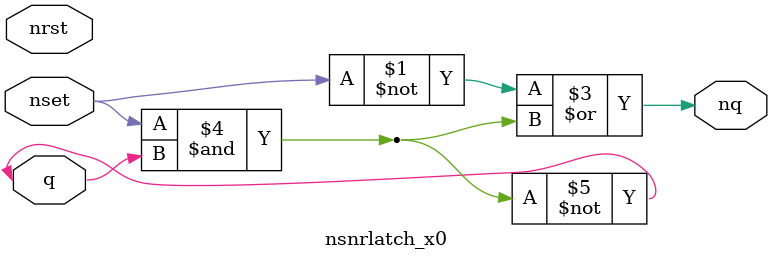
<source format=v>
/*                                                                      */
/*  Avertec Release v3.4p5 (64 bits on Linux 6.6.13+bpo-amd64)          */
/*  [AVT_only] host: fsdev                                              */
/*  [AVT_only] arch: x86_64                                             */
/*  [AVT_only] path: /opt/tasyag-3.4p5/bin/avt_shell                    */
/*  argv:                                                               */
/*                                                                      */
/*  User: verhaegs                                                      */
/*  Generation date Wed May 29 10:55:23 2024                            */
/*                                                                      */
/*  Verilog data flow description generated from `nsnrlatch_x0`         */
/*                                                                      */


`timescale 1 ps/1 ps

module nsnrlatch_x0 (nset, nrst, q, nq);

  input  nset;
  input  nrst;
  inout  q;
  output nq;


  assign nq = (~(nset) | ~(q));
  assign q = ~((nset & q));

endmodule

</source>
